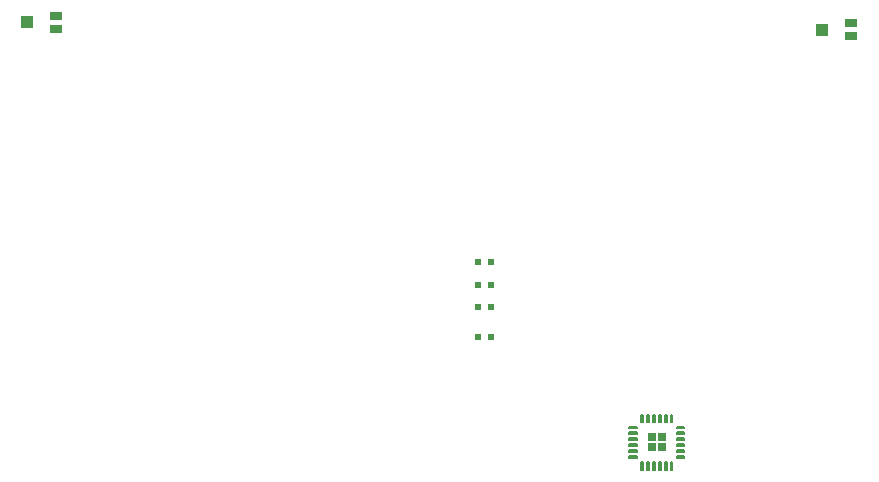
<source format=gbr>
G04 EAGLE Gerber RS-274X export*
G75*
%MOMM*%
%FSLAX34Y34*%
%LPD*%
%INSolderpaste Bottom*%
%IPPOS*%
%AMOC8*
5,1,8,0,0,1.08239X$1,22.5*%
G01*
%ADD10C,0.140000*%
%ADD11R,0.650000X0.650000*%
%ADD12R,0.609600X0.508000*%
%ADD13R,1.100000X0.800000*%
%ADD14R,1.100000X1.000000*%


D10*
X582100Y145150D02*
X575500Y145150D01*
X575500Y146550D01*
X582100Y146550D01*
X582100Y145150D01*
X582100Y146480D02*
X575500Y146480D01*
X575500Y140150D02*
X582100Y140150D01*
X575500Y140150D02*
X575500Y141550D01*
X582100Y141550D01*
X582100Y140150D01*
X582100Y141480D02*
X575500Y141480D01*
X575500Y135150D02*
X582100Y135150D01*
X575500Y135150D02*
X575500Y136550D01*
X582100Y136550D01*
X582100Y135150D01*
X582100Y136480D02*
X575500Y136480D01*
X575500Y130150D02*
X582100Y130150D01*
X575500Y130150D02*
X575500Y131550D01*
X582100Y131550D01*
X582100Y130150D01*
X582100Y131480D02*
X575500Y131480D01*
X575500Y125150D02*
X582100Y125150D01*
X575500Y125150D02*
X575500Y126550D01*
X582100Y126550D01*
X582100Y125150D01*
X582100Y126480D02*
X575500Y126480D01*
X575500Y120150D02*
X582100Y120150D01*
X575500Y120150D02*
X575500Y121550D01*
X582100Y121550D01*
X582100Y120150D01*
X582100Y121480D02*
X575500Y121480D01*
X572000Y116650D02*
X572000Y110050D01*
X570600Y110050D01*
X570600Y116650D01*
X572000Y116650D01*
X572000Y111380D02*
X570600Y111380D01*
X570600Y112710D02*
X572000Y112710D01*
X572000Y114040D02*
X570600Y114040D01*
X570600Y115370D02*
X572000Y115370D01*
X567000Y116650D02*
X567000Y110050D01*
X565600Y110050D01*
X565600Y116650D01*
X567000Y116650D01*
X567000Y111380D02*
X565600Y111380D01*
X565600Y112710D02*
X567000Y112710D01*
X567000Y114040D02*
X565600Y114040D01*
X565600Y115370D02*
X567000Y115370D01*
X562000Y116650D02*
X562000Y110050D01*
X560600Y110050D01*
X560600Y116650D01*
X562000Y116650D01*
X562000Y111380D02*
X560600Y111380D01*
X560600Y112710D02*
X562000Y112710D01*
X562000Y114040D02*
X560600Y114040D01*
X560600Y115370D02*
X562000Y115370D01*
X557000Y116650D02*
X557000Y110050D01*
X555600Y110050D01*
X555600Y116650D01*
X557000Y116650D01*
X557000Y111380D02*
X555600Y111380D01*
X555600Y112710D02*
X557000Y112710D01*
X557000Y114040D02*
X555600Y114040D01*
X555600Y115370D02*
X557000Y115370D01*
X552000Y116650D02*
X552000Y110050D01*
X550600Y110050D01*
X550600Y116650D01*
X552000Y116650D01*
X552000Y111380D02*
X550600Y111380D01*
X550600Y112710D02*
X552000Y112710D01*
X552000Y114040D02*
X550600Y114040D01*
X550600Y115370D02*
X552000Y115370D01*
X547000Y116650D02*
X547000Y110050D01*
X545600Y110050D01*
X545600Y116650D01*
X547000Y116650D01*
X547000Y111380D02*
X545600Y111380D01*
X545600Y112710D02*
X547000Y112710D01*
X547000Y114040D02*
X545600Y114040D01*
X545600Y115370D02*
X547000Y115370D01*
X542100Y121550D02*
X535500Y121550D01*
X542100Y121550D02*
X542100Y120150D01*
X535500Y120150D01*
X535500Y121550D01*
X535500Y121480D02*
X542100Y121480D01*
X542100Y126550D02*
X535500Y126550D01*
X542100Y126550D02*
X542100Y125150D01*
X535500Y125150D01*
X535500Y126550D01*
X535500Y126480D02*
X542100Y126480D01*
X542100Y131550D02*
X535500Y131550D01*
X542100Y131550D02*
X542100Y130150D01*
X535500Y130150D01*
X535500Y131550D01*
X535500Y131480D02*
X542100Y131480D01*
X542100Y136550D02*
X535500Y136550D01*
X542100Y136550D02*
X542100Y135150D01*
X535500Y135150D01*
X535500Y136550D01*
X535500Y136480D02*
X542100Y136480D01*
X542100Y141550D02*
X535500Y141550D01*
X542100Y141550D02*
X542100Y140150D01*
X535500Y140150D01*
X535500Y141550D01*
X535500Y141480D02*
X542100Y141480D01*
X542100Y146550D02*
X535500Y146550D01*
X542100Y146550D02*
X542100Y145150D01*
X535500Y145150D01*
X535500Y146550D01*
X535500Y146480D02*
X542100Y146480D01*
X545600Y150050D02*
X545600Y156650D01*
X547000Y156650D01*
X547000Y150050D01*
X545600Y150050D01*
X545600Y151380D02*
X547000Y151380D01*
X547000Y152710D02*
X545600Y152710D01*
X545600Y154040D02*
X547000Y154040D01*
X547000Y155370D02*
X545600Y155370D01*
X550600Y156650D02*
X550600Y150050D01*
X550600Y156650D02*
X552000Y156650D01*
X552000Y150050D01*
X550600Y150050D01*
X550600Y151380D02*
X552000Y151380D01*
X552000Y152710D02*
X550600Y152710D01*
X550600Y154040D02*
X552000Y154040D01*
X552000Y155370D02*
X550600Y155370D01*
X555600Y156650D02*
X555600Y150050D01*
X555600Y156650D02*
X557000Y156650D01*
X557000Y150050D01*
X555600Y150050D01*
X555600Y151380D02*
X557000Y151380D01*
X557000Y152710D02*
X555600Y152710D01*
X555600Y154040D02*
X557000Y154040D01*
X557000Y155370D02*
X555600Y155370D01*
X560600Y156650D02*
X560600Y150050D01*
X560600Y156650D02*
X562000Y156650D01*
X562000Y150050D01*
X560600Y150050D01*
X560600Y151380D02*
X562000Y151380D01*
X562000Y152710D02*
X560600Y152710D01*
X560600Y154040D02*
X562000Y154040D01*
X562000Y155370D02*
X560600Y155370D01*
X565600Y156650D02*
X565600Y150050D01*
X565600Y156650D02*
X567000Y156650D01*
X567000Y150050D01*
X565600Y150050D01*
X565600Y151380D02*
X567000Y151380D01*
X567000Y152710D02*
X565600Y152710D01*
X565600Y154040D02*
X567000Y154040D01*
X567000Y155370D02*
X565600Y155370D01*
X570600Y156650D02*
X570600Y150050D01*
X570600Y156650D02*
X572000Y156650D01*
X572000Y150050D01*
X570600Y150050D01*
X570600Y151380D02*
X572000Y151380D01*
X572000Y152710D02*
X570600Y152710D01*
X570600Y154040D02*
X572000Y154040D01*
X572000Y155370D02*
X570600Y155370D01*
D11*
X554550Y137600D03*
X554550Y129100D03*
X563050Y137600D03*
X563050Y129100D03*
D12*
X407162Y285750D03*
X418338Y285750D03*
X407162Y266700D03*
X418338Y266700D03*
X407162Y247650D03*
X418338Y247650D03*
X407162Y222250D03*
X418338Y222250D03*
D13*
X50350Y494450D03*
X50350Y483450D03*
D14*
X25850Y488950D03*
D13*
X723450Y488100D03*
X723450Y477100D03*
D14*
X698950Y482600D03*
M02*

</source>
